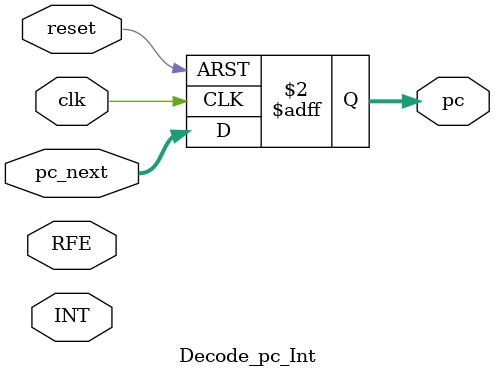
<source format=v>
`timescale 1ns / 1ps
module Decode_pc_Int(
	input clk,
	input reset,
	input INT,
	input RFE,
	input [31:0] pc_next,
	output reg [31:0] pc
    );
	always @(posedge clk or posedge reset) begin
		if (reset) pc = 32'b0;
		else pc = pc_next;
	end

endmodule

</source>
